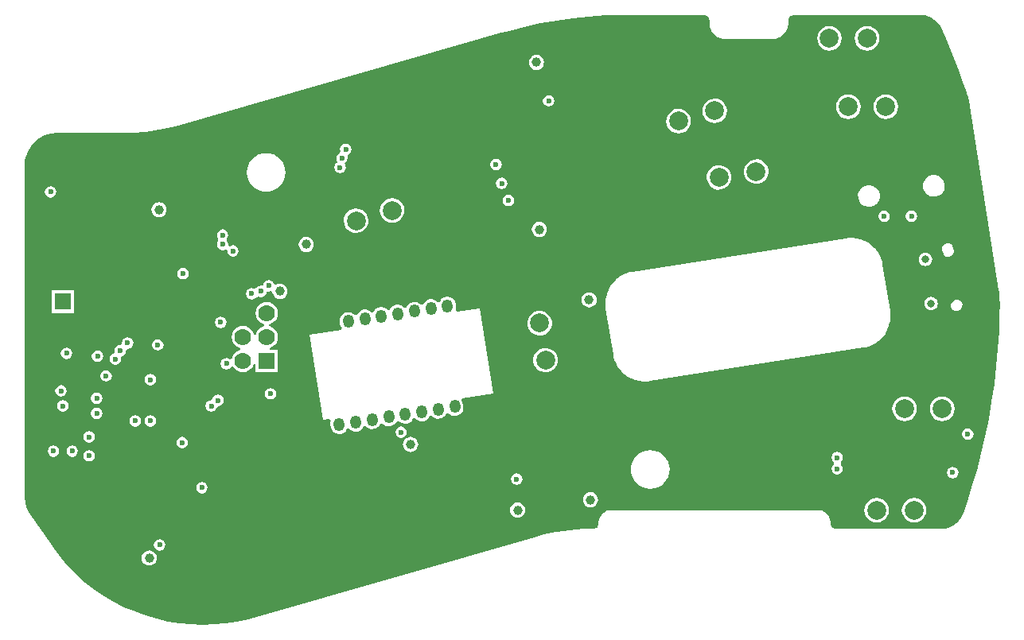
<source format=gbr>
%TF.GenerationSoftware,Altium Limited,Altium Designer,22.6.1 (34)*%
G04 Layer_Physical_Order=2*
G04 Layer_Color=6736896*
%FSLAX45Y45*%
%MOMM*%
%TF.SameCoordinates,EFAF5BE3-474D-4A98-89D0-AE48FBC3E593*%
%TF.FilePolarity,Positive*%
%TF.FileFunction,Copper,L2,Inr,Signal*%
%TF.Part,Single*%
G01*
G75*
%TA.AperFunction,ComponentPad*%
G04:AMPARAMS|DCode=57|XSize=1.1mm|YSize=2.1mm|CornerRadius=0.55mm|HoleSize=0mm|Usage=FLASHONLY|Rotation=278.887|XOffset=0mm|YOffset=0mm|HoleType=Round|Shape=RoundedRectangle|*
%AMROUNDEDRECTD57*
21,1,1.10000,1.00000,0,0,278.9*
21,1,0.00000,2.10000,0,0,278.9*
1,1,1.10000,-0.49400,-0.07724*
1,1,1.10000,-0.49400,-0.07724*
1,1,1.10000,0.49400,0.07724*
1,1,1.10000,0.49400,0.07724*
%
%ADD57ROUNDEDRECTD57*%
%TA.AperFunction,TestPad*%
G04:AMPARAMS|DCode=58|XSize=1.1mm|YSize=2.1mm|CornerRadius=0.55mm|HoleSize=0mm|Usage=FLASHONLY|Rotation=278.887|XOffset=0mm|YOffset=0mm|HoleType=Round|Shape=RoundedRectangle|*
%AMROUNDEDRECTD58*
21,1,1.10000,1.00000,0,0,278.9*
21,1,0.00000,2.10000,0,0,278.9*
1,1,1.10000,-0.49400,-0.07724*
1,1,1.10000,-0.49400,-0.07724*
1,1,1.10000,0.49400,0.07724*
1,1,1.10000,0.49400,0.07724*
%
%ADD58ROUNDEDRECTD58*%
G04:AMPARAMS|DCode=59|XSize=1.1mm|YSize=2.6mm|CornerRadius=0.55mm|HoleSize=0mm|Usage=FLASHONLY|Rotation=278.887|XOffset=0mm|YOffset=0mm|HoleType=Round|Shape=RoundedRectangle|*
%AMROUNDEDRECTD59*
21,1,1.10000,1.50000,0,0,278.9*
21,1,0.00000,2.60000,0,0,278.9*
1,1,1.10000,-0.74100,-0.11587*
1,1,1.10000,-0.74100,-0.11586*
1,1,1.10000,0.74100,0.11587*
1,1,1.10000,0.74100,0.11586*
%
%ADD59ROUNDEDRECTD59*%
%ADD60R,1.77800X1.77800*%
%ADD61C,1.77800*%
%TA.AperFunction,ComponentPad*%
%ADD62C,2.00000*%
G04:AMPARAMS|DCode=63|XSize=1.2mm|YSize=1.4mm|CornerRadius=0mm|HoleSize=0mm|Usage=FLASHONLY|Rotation=8.887|XOffset=0mm|YOffset=0mm|HoleType=Round|Shape=Round|*
%AMOVALD63*
21,1,0.20000,1.20000,0.00000,0.00000,98.9*
1,1,1.20000,0.01545,-0.09880*
1,1,1.20000,-0.01545,0.09880*
%
%ADD63OVALD63*%

%TA.AperFunction,ViaPad*%
%ADD64C,0.60000*%
%ADD65C,1.00000*%
%ADD66C,0.80000*%
%ADD67C,1.01600*%
G36*
X7275922Y6534230D02*
X7287364Y6531954D01*
X7298140Y6527491D01*
X7307839Y6521010D01*
X7316087Y6512762D01*
X7322568Y6503062D01*
X7327032Y6492285D01*
X7329308Y6480844D01*
Y6455012D01*
X7329506Y6454016D01*
X7329357Y6453011D01*
X7330031Y6439289D01*
X7330766Y6436357D01*
Y6433334D01*
X7336120Y6406416D01*
X7337657Y6402705D01*
X7338440Y6398765D01*
X7348943Y6373410D01*
X7351175Y6370070D01*
X7352712Y6366359D01*
X7367960Y6343540D01*
X7370799Y6340700D01*
X7373031Y6337359D01*
X7392438Y6317953D01*
X7395777Y6315722D01*
X7398617Y6312882D01*
X7421436Y6297634D01*
X7425148Y6296096D01*
X7428488Y6293865D01*
X7453843Y6283363D01*
X7457783Y6282579D01*
X7461494Y6281042D01*
X7488411Y6275688D01*
X7491434D01*
X7494367Y6274953D01*
X7508089Y6274279D01*
X7509094Y6274428D01*
X7510090Y6274230D01*
X7990090Y6274230D01*
X7991086Y6274428D01*
X7992091Y6274279D01*
X8005813Y6274953D01*
X8008746Y6275688D01*
X8011769D01*
X8038686Y6281042D01*
X8042397Y6282579D01*
X8046337Y6283363D01*
X8071692Y6293865D01*
X8075032Y6296097D01*
X8078743Y6297634D01*
X8101563Y6312882D01*
X8104402Y6315722D01*
X8107743Y6317954D01*
X8127149Y6337360D01*
X8129380Y6340700D01*
X8132220Y6343540D01*
X8147468Y6366359D01*
X8149005Y6370070D01*
X8151237Y6373410D01*
X8161740Y6398766D01*
X8162523Y6402705D01*
X8164060Y6406416D01*
X8169414Y6433334D01*
Y6436357D01*
X8170149Y6439288D01*
X8170823Y6453011D01*
X8170674Y6454016D01*
X8170872Y6455012D01*
Y6480845D01*
X8173148Y6492285D01*
X8177612Y6503061D01*
X8184093Y6512761D01*
X8192340Y6521009D01*
X8202041Y6527490D01*
X8212817Y6531954D01*
X8224258Y6534230D01*
X8230090D01*
X9568893Y6534230D01*
X9587507Y6534230D01*
X9624355Y6528911D01*
X9660062Y6518382D01*
X9693900Y6502858D01*
X9725173Y6482659D01*
X9753238Y6458199D01*
X9777521Y6429979D01*
X9797522Y6398580D01*
X9842032Y6299925D01*
X9911508Y6134705D01*
X9976711Y5967741D01*
X10037589Y5799162D01*
X10065847Y5714120D01*
X10072113Y5695260D01*
X10083070Y5657068D01*
X10092438Y5618443D01*
X10100198Y5579467D01*
X10103268Y5559838D01*
X10409030Y3604360D01*
X10412099Y3584734D01*
X10416607Y3545243D01*
X10419476Y3505611D01*
X10420701Y3465887D01*
X10420491Y3446020D01*
X10419496Y3352080D01*
X10412435Y3164307D01*
X10400309Y2976808D01*
X10383125Y2789693D01*
X10360897Y2603128D01*
X10333638Y2417207D01*
X10301373Y2232104D01*
X10264121Y2047932D01*
X10221915Y1864849D01*
X10174777Y1682955D01*
X10122748Y1502405D01*
X10065864Y1323325D01*
X10035015Y1234584D01*
X10028426Y1215630D01*
X10009569Y1180198D01*
X9985483Y1148092D01*
X9956742Y1120075D01*
X9924032Y1096816D01*
X9888133Y1078869D01*
X9849897Y1066661D01*
X9810238Y1060483D01*
X9790181Y1060483D01*
X8680011Y1060782D01*
X8680005Y1060781D01*
X8680000Y1060782D01*
X8674167D01*
X8662726Y1063058D01*
X8651950Y1067521D01*
X8642251Y1074002D01*
X8634002Y1082252D01*
X8627521Y1091950D01*
X8623058Y1102727D01*
X8620782Y1114167D01*
Y1120000D01*
X8620584Y1120996D01*
X8620733Y1122002D01*
X8620251Y1131803D01*
X8619517Y1134735D01*
Y1137758D01*
X8615692Y1156985D01*
X8614155Y1160696D01*
X8613372Y1164635D01*
X8605870Y1182746D01*
X8603638Y1186086D01*
X8602101Y1189798D01*
X8591209Y1206097D01*
X8588370Y1208937D01*
X8586138Y1212277D01*
X8572277Y1226138D01*
X8568937Y1228369D01*
X8566097Y1231210D01*
X8549797Y1242101D01*
X8546086Y1243639D01*
X8542746Y1245870D01*
X8524635Y1253372D01*
X8520696Y1254155D01*
X8516984Y1255693D01*
X8497758Y1259517D01*
X8494735D01*
X8491803Y1260252D01*
X8482001Y1260733D01*
X8480996Y1260584D01*
X8480000Y1260782D01*
X6290000D01*
X6289004Y1260584D01*
X6287999Y1260733D01*
X6278197Y1260252D01*
X6275265Y1259517D01*
X6272242D01*
X6253015Y1255693D01*
X6249304Y1254155D01*
X6245365Y1253372D01*
X6227254Y1245870D01*
X6223914Y1243639D01*
X6220202Y1242101D01*
X6203903Y1231210D01*
X6201063Y1228370D01*
X6197723Y1226138D01*
X6183862Y1212277D01*
X6181631Y1208938D01*
X6178790Y1206097D01*
X6167899Y1189798D01*
X6166361Y1186086D01*
X6164130Y1182746D01*
X6156628Y1164635D01*
X6155844Y1160696D01*
X6154307Y1156985D01*
X6150483Y1137758D01*
Y1134735D01*
X6149748Y1131802D01*
X6149267Y1122000D01*
X6149416Y1120996D01*
X6149218Y1120000D01*
Y1114168D01*
X6146942Y1102727D01*
X6142478Y1091950D01*
X6135998Y1082252D01*
X6127748Y1074002D01*
X6118050Y1067522D01*
X6107273Y1063058D01*
X6095833Y1060782D01*
X6090000D01*
X6089804Y1060743D01*
X6089608Y1060780D01*
X6058493Y1060481D01*
X6058334Y1060448D01*
X6058173Y1060477D01*
X5988374Y1059258D01*
X5987315Y1059029D01*
X5986241Y1059165D01*
X5846983Y1049427D01*
X5845592Y1049048D01*
X5844152Y1049130D01*
X5705913Y1029702D01*
X5704551Y1029226D01*
X5703109Y1029207D01*
X5566562Y1000183D01*
X5565567Y999756D01*
X5564486Y999685D01*
X5497055Y981617D01*
X5496730Y981457D01*
X5496369Y981427D01*
X2480492Y116638D01*
X2421497Y99721D01*
X2301627Y73340D01*
X2180334Y54512D01*
X2058107Y43314D01*
X1935414Y39787D01*
X1812743Y43945D01*
X1690571Y55773D01*
X1569382Y75224D01*
X1449643Y102223D01*
X1331833Y136662D01*
X1216411Y178405D01*
X1103821Y227294D01*
X994515Y283133D01*
X888922Y345700D01*
X787447Y414757D01*
X690493Y490029D01*
X598445Y571218D01*
X511650Y658017D01*
X430464Y750071D01*
X355200Y847024D01*
X320674Y897764D01*
X103029Y1217616D01*
X103028Y1217617D01*
X87907Y1239839D01*
X64616Y1288287D01*
X48794Y1339664D01*
X40794Y1392822D01*
Y1419701D01*
Y4919701D01*
Y4943246D01*
X46940Y4989930D01*
X59128Y5035415D01*
X77148Y5078919D01*
X100692Y5119699D01*
X129358Y5157057D01*
X162656Y5190355D01*
X200012Y5219019D01*
X240795Y5242565D01*
X284297Y5260585D01*
X329782Y5272772D01*
X376467Y5278918D01*
X400012Y5278919D01*
X1118930D01*
X1119285Y5278989D01*
X1119642Y5278925D01*
X1189441Y5280143D01*
X1190499Y5280373D01*
X1191574Y5280236D01*
X1330832Y5289974D01*
X1332223Y5290353D01*
X1333663Y5290272D01*
X1471902Y5309700D01*
X1473264Y5310175D01*
X1474705Y5310194D01*
X1611253Y5339218D01*
X1612248Y5339646D01*
X1613329Y5339717D01*
X1680760Y5357785D01*
X1681085Y5357945D01*
X1681446Y5357975D01*
X5113562Y6342118D01*
X5196768Y6365977D01*
X5364761Y6407863D01*
X5534095Y6443856D01*
X5704602Y6473921D01*
X5876038Y6498014D01*
X6048214Y6516111D01*
X6220925Y6528188D01*
X6393943Y6534230D01*
X6480508Y6534230D01*
X7270088D01*
X7275922Y6534230D01*
D02*
G37*
%LPC*%
G36*
X9007500Y6416122D02*
X8973563Y6411654D01*
X8941939Y6398555D01*
X8914783Y6377717D01*
X8893945Y6350561D01*
X8880846Y6318937D01*
X8876378Y6285000D01*
X8880846Y6251064D01*
X8893945Y6219439D01*
X8914783Y6192283D01*
X8941939Y6171446D01*
X8973563Y6158347D01*
X9007500Y6153879D01*
X9041437Y6158347D01*
X9073061Y6171446D01*
X9100217Y6192283D01*
X9121055Y6219439D01*
X9134154Y6251064D01*
X9138622Y6285000D01*
X9134154Y6318937D01*
X9121055Y6350561D01*
X9100217Y6377717D01*
X9073061Y6398555D01*
X9041437Y6411654D01*
X9007500Y6416122D01*
D02*
G37*
G36*
X8607500D02*
X8573563Y6411654D01*
X8541939Y6398555D01*
X8514783Y6377717D01*
X8493945Y6350561D01*
X8480846Y6318937D01*
X8476378Y6285000D01*
X8480846Y6251064D01*
X8493945Y6219439D01*
X8514783Y6192283D01*
X8541939Y6171446D01*
X8573563Y6158347D01*
X8607500Y6153879D01*
X8641436Y6158347D01*
X8673061Y6171446D01*
X8700217Y6192283D01*
X8721054Y6219439D01*
X8734153Y6251064D01*
X8738621Y6285000D01*
X8734153Y6318937D01*
X8721054Y6350561D01*
X8700217Y6377717D01*
X8673061Y6398555D01*
X8641436Y6411654D01*
X8607500Y6416122D01*
D02*
G37*
G36*
X5490000Y6110690D02*
X5469116Y6107941D01*
X5449655Y6099880D01*
X5432943Y6087056D01*
X5420120Y6070345D01*
X5412059Y6050884D01*
X5409310Y6030000D01*
X5412059Y6009116D01*
X5420120Y5989655D01*
X5432943Y5972943D01*
X5449655Y5960120D01*
X5469116Y5952059D01*
X5490000Y5949310D01*
X5510884Y5952059D01*
X5530345Y5960120D01*
X5547056Y5972943D01*
X5559880Y5989655D01*
X5567941Y6009116D01*
X5570690Y6030000D01*
X5567941Y6050884D01*
X5559880Y6070345D01*
X5547056Y6087056D01*
X5530345Y6099880D01*
X5510884Y6107941D01*
X5490000Y6110690D01*
D02*
G37*
G36*
X5620000Y5681175D02*
X5596589Y5676519D01*
X5576742Y5663257D01*
X5563481Y5643411D01*
X5558825Y5620000D01*
X5563481Y5596589D01*
X5576742Y5576742D01*
X5596589Y5563481D01*
X5620000Y5558825D01*
X5643411Y5563481D01*
X5663257Y5576742D01*
X5676519Y5596589D01*
X5681175Y5620000D01*
X5676519Y5643411D01*
X5663257Y5663257D01*
X5643411Y5676519D01*
X5620000Y5681175D01*
D02*
G37*
G36*
X9207500Y5686122D02*
X9173563Y5681654D01*
X9141939Y5668555D01*
X9114783Y5647717D01*
X9093945Y5620561D01*
X9080846Y5588937D01*
X9076378Y5555000D01*
X9080846Y5521063D01*
X9093945Y5489439D01*
X9114783Y5462283D01*
X9141939Y5441445D01*
X9173563Y5428346D01*
X9207500Y5423878D01*
X9241437Y5428346D01*
X9273061Y5441445D01*
X9300217Y5462283D01*
X9321055Y5489439D01*
X9334154Y5521063D01*
X9338622Y5555000D01*
X9334154Y5588937D01*
X9321055Y5620561D01*
X9300217Y5647717D01*
X9273061Y5668555D01*
X9241437Y5681654D01*
X9207500Y5686122D01*
D02*
G37*
G36*
X8807500D02*
X8773563Y5681654D01*
X8741939Y5668555D01*
X8714783Y5647717D01*
X8693945Y5620561D01*
X8680846Y5588937D01*
X8676378Y5555000D01*
X8680846Y5521063D01*
X8693945Y5489439D01*
X8714783Y5462283D01*
X8741939Y5441445D01*
X8773563Y5428346D01*
X8807500Y5423878D01*
X8841436Y5428346D01*
X8873061Y5441445D01*
X8900217Y5462283D01*
X8921055Y5489439D01*
X8934154Y5521063D01*
X8938621Y5555000D01*
X8934154Y5588937D01*
X8921055Y5620561D01*
X8900217Y5647717D01*
X8873061Y5668555D01*
X8841436Y5681654D01*
X8807500Y5686122D01*
D02*
G37*
G36*
X7382831Y5643354D02*
X7348968Y5638361D01*
X7317550Y5624774D01*
X7290720Y5603519D01*
X7270305Y5576043D01*
X7257697Y5544220D01*
X7253755Y5510218D01*
X7258747Y5476355D01*
X7272334Y5444937D01*
X7293590Y5418107D01*
X7321066Y5397692D01*
X7352889Y5385084D01*
X7386891Y5381142D01*
X7420754Y5386135D01*
X7452172Y5399722D01*
X7479002Y5420977D01*
X7499417Y5448453D01*
X7512025Y5480276D01*
X7515967Y5514278D01*
X7510974Y5548141D01*
X7497387Y5579559D01*
X7476131Y5606389D01*
X7448656Y5626804D01*
X7416833Y5639412D01*
X7382831Y5643354D01*
D02*
G37*
G36*
X6998109Y5533858D02*
X6964246Y5528865D01*
X6932828Y5515278D01*
X6905998Y5494023D01*
X6885583Y5466547D01*
X6872975Y5434724D01*
X6869033Y5400722D01*
X6874026Y5366858D01*
X6887613Y5335441D01*
X6908869Y5308610D01*
X6936344Y5288196D01*
X6968167Y5275588D01*
X7002169Y5271646D01*
X7036032Y5276638D01*
X7067450Y5290225D01*
X7094280Y5311481D01*
X7114695Y5338957D01*
X7127303Y5370779D01*
X7131245Y5404782D01*
X7126252Y5438645D01*
X7112665Y5470062D01*
X7091410Y5496893D01*
X7063934Y5517308D01*
X7032111Y5529916D01*
X6998109Y5533858D01*
D02*
G37*
G36*
X5060000Y5001175D02*
X5036589Y4996519D01*
X5016743Y4983257D01*
X5003481Y4963411D01*
X4998825Y4940000D01*
X5003481Y4916589D01*
X5016743Y4896743D01*
X5036589Y4883481D01*
X5060000Y4878825D01*
X5083411Y4883481D01*
X5103258Y4896743D01*
X5116519Y4916589D01*
X5121175Y4940000D01*
X5116519Y4963411D01*
X5103258Y4983257D01*
X5083411Y4996519D01*
X5060000Y5001175D01*
D02*
G37*
G36*
X3460000Y5161175D02*
X3436589Y5156519D01*
X3416742Y5143257D01*
X3403481Y5123411D01*
X3398825Y5100000D01*
X3401181Y5088150D01*
X3397366Y5070177D01*
X3389110Y5061521D01*
X3376743Y5053257D01*
X3363481Y5033411D01*
X3358825Y5010000D01*
X3363481Y4986589D01*
X3366368Y4982268D01*
X3376535Y4966602D01*
X3361189Y4956229D01*
X3356743Y4953258D01*
X3343481Y4933411D01*
X3338825Y4910000D01*
X3343481Y4886589D01*
X3356743Y4866743D01*
X3376589Y4853481D01*
X3400000Y4848825D01*
X3423411Y4853481D01*
X3443258Y4866743D01*
X3456519Y4886589D01*
X3461175Y4910000D01*
X3456519Y4933411D01*
X3453632Y4937732D01*
X3443465Y4953398D01*
X3458811Y4963771D01*
X3463257Y4966742D01*
X3476519Y4986589D01*
X3481175Y5010000D01*
X3478819Y5021849D01*
X3482634Y5039823D01*
X3490890Y5048478D01*
X3503257Y5056742D01*
X3516519Y5076589D01*
X3521175Y5100000D01*
X3516519Y5123411D01*
X3503257Y5143257D01*
X3483411Y5156519D01*
X3460000Y5161175D01*
D02*
G37*
G36*
X7841561Y4996274D02*
X7807342Y4995445D01*
X7774503Y4985788D01*
X7745282Y4967961D01*
X7721671Y4943178D01*
X7705278Y4913129D01*
X7697222Y4879861D01*
X7698051Y4845641D01*
X7707708Y4812802D01*
X7725535Y4783581D01*
X7750317Y4759970D01*
X7780367Y4743578D01*
X7813635Y4735521D01*
X7847855Y4736350D01*
X7880694Y4746007D01*
X7909915Y4763834D01*
X7933526Y4788617D01*
X7949918Y4818666D01*
X7957974Y4851934D01*
X7957146Y4886154D01*
X7947489Y4918993D01*
X7929662Y4948214D01*
X7904879Y4971825D01*
X7874830Y4988217D01*
X7841561Y4996274D01*
D02*
G37*
G36*
X5120000Y4801175D02*
X5096589Y4796519D01*
X5076742Y4783257D01*
X5063481Y4763411D01*
X5058825Y4740000D01*
X5063481Y4716589D01*
X5076742Y4696742D01*
X5096589Y4683481D01*
X5120000Y4678825D01*
X5143411Y4683481D01*
X5163257Y4696742D01*
X5176519Y4716589D01*
X5181175Y4740000D01*
X5176519Y4763411D01*
X5163257Y4783257D01*
X5143411Y4796519D01*
X5120000Y4801175D01*
D02*
G37*
G36*
X7446363Y4934480D02*
X7412144Y4933651D01*
X7379305Y4923994D01*
X7350084Y4906167D01*
X7326473Y4881384D01*
X7310080Y4851335D01*
X7302024Y4818067D01*
X7302853Y4783847D01*
X7312510Y4751008D01*
X7330337Y4721787D01*
X7355119Y4698176D01*
X7385169Y4681784D01*
X7418437Y4673727D01*
X7452656Y4674556D01*
X7485496Y4684213D01*
X7514716Y4702040D01*
X7538328Y4726823D01*
X7554720Y4756872D01*
X7562776Y4790140D01*
X7561948Y4824360D01*
X7552291Y4857199D01*
X7534464Y4886419D01*
X7509681Y4910031D01*
X7479631Y4926423D01*
X7446363Y4934480D01*
D02*
G37*
G36*
X2613200Y5062192D02*
X2573013Y5058234D01*
X2534370Y5046512D01*
X2498757Y5027476D01*
X2467542Y5001858D01*
X2441924Y4970643D01*
X2422888Y4935030D01*
X2411166Y4896387D01*
X2407208Y4856200D01*
X2411166Y4816013D01*
X2422888Y4777370D01*
X2441924Y4741757D01*
X2467542Y4710542D01*
X2498757Y4684924D01*
X2534370Y4665889D01*
X2573013Y4654166D01*
X2613200Y4650208D01*
X2653387Y4654166D01*
X2692030Y4665889D01*
X2727643Y4684924D01*
X2758858Y4710542D01*
X2784476Y4741757D01*
X2803512Y4777370D01*
X2815234Y4816013D01*
X2819192Y4856200D01*
X2815234Y4896387D01*
X2803512Y4935030D01*
X2784476Y4970643D01*
X2758858Y5001858D01*
X2727643Y5027476D01*
X2692030Y5046512D01*
X2653387Y5058234D01*
X2613200Y5062192D01*
D02*
G37*
G36*
X9731449Y4828471D02*
X9701177Y4827738D01*
X9672127Y4819196D01*
X9646278Y4803425D01*
X9625391Y4781502D01*
X9610891Y4754920D01*
X9603764Y4725491D01*
X9604497Y4695220D01*
X9613039Y4666169D01*
X9628810Y4640320D01*
X9650733Y4619434D01*
X9677315Y4604933D01*
X9706744Y4597806D01*
X9737015Y4598539D01*
X9766066Y4607081D01*
X9791915Y4622852D01*
X9812801Y4644775D01*
X9827302Y4671357D01*
X9834429Y4700786D01*
X9833696Y4731058D01*
X9825154Y4760108D01*
X9809383Y4785957D01*
X9787460Y4806844D01*
X9760878Y4821344D01*
X9731449Y4828471D01*
D02*
G37*
G36*
X320000Y4711175D02*
X296589Y4706519D01*
X276743Y4693258D01*
X263481Y4673411D01*
X258825Y4650000D01*
X263481Y4626589D01*
X276743Y4606743D01*
X296589Y4593481D01*
X320000Y4588825D01*
X343411Y4593481D01*
X363258Y4606743D01*
X376519Y4626589D01*
X381176Y4650000D01*
X376519Y4673411D01*
X363258Y4693258D01*
X343411Y4706519D01*
X320000Y4711175D01*
D02*
G37*
G36*
X5190000Y4621175D02*
X5166589Y4616519D01*
X5146743Y4603257D01*
X5133481Y4583411D01*
X5128825Y4560000D01*
X5133481Y4536589D01*
X5146743Y4516743D01*
X5166589Y4503481D01*
X5190000Y4498825D01*
X5213411Y4503481D01*
X5233258Y4516743D01*
X5246519Y4536589D01*
X5251175Y4560000D01*
X5246519Y4583411D01*
X5233258Y4603257D01*
X5213411Y4616519D01*
X5190000Y4621175D01*
D02*
G37*
G36*
X9039852Y4720332D02*
X9009581Y4719599D01*
X8980531Y4711057D01*
X8954682Y4695286D01*
X8933795Y4673363D01*
X8919294Y4646781D01*
X8912167Y4617352D01*
X8912900Y4587080D01*
X8921443Y4558030D01*
X8937213Y4532181D01*
X8959136Y4511295D01*
X8985718Y4496794D01*
X9015148Y4489667D01*
X9045419Y4490400D01*
X9074469Y4498942D01*
X9100318Y4514713D01*
X9121205Y4536636D01*
X9135706Y4563218D01*
X9142833Y4592647D01*
X9142100Y4622918D01*
X9133557Y4651969D01*
X9117787Y4677818D01*
X9095863Y4698704D01*
X9069281Y4713205D01*
X9039852Y4720332D01*
D02*
G37*
G36*
X1474142Y4540690D02*
X1453258Y4537941D01*
X1433797Y4529880D01*
X1417086Y4517056D01*
X1404262Y4500345D01*
X1396201Y4480884D01*
X1393452Y4460000D01*
X1396201Y4439116D01*
X1404262Y4419655D01*
X1417086Y4402943D01*
X1433797Y4390120D01*
X1453258Y4382059D01*
X1474142Y4379310D01*
X1495026Y4382059D01*
X1514487Y4390120D01*
X1531199Y4402943D01*
X1544022Y4419655D01*
X1552083Y4439116D01*
X1554832Y4460000D01*
X1552083Y4480884D01*
X1544022Y4500345D01*
X1531199Y4517056D01*
X1514487Y4529880D01*
X1495026Y4537941D01*
X1474142Y4540690D01*
D02*
G37*
G36*
X9480000Y4451176D02*
X9456589Y4446519D01*
X9436743Y4433258D01*
X9423481Y4413411D01*
X9418825Y4390000D01*
X9423481Y4366589D01*
X9436743Y4346743D01*
X9456589Y4333481D01*
X9480000Y4328825D01*
X9503411Y4333481D01*
X9523258Y4346743D01*
X9536519Y4366589D01*
X9541175Y4390000D01*
X9536519Y4413411D01*
X9523258Y4433258D01*
X9503411Y4446519D01*
X9480000Y4451176D01*
D02*
G37*
G36*
X9190000D02*
X9166589Y4446519D01*
X9146742Y4433258D01*
X9133481Y4413411D01*
X9128825Y4390000D01*
X9133481Y4366589D01*
X9146742Y4346743D01*
X9166589Y4333481D01*
X9190000Y4328825D01*
X9213411Y4333481D01*
X9233257Y4346743D01*
X9246519Y4366589D01*
X9251175Y4390000D01*
X9246519Y4413411D01*
X9233257Y4433258D01*
X9213411Y4446519D01*
X9190000Y4451176D01*
D02*
G37*
G36*
X3952831Y4583354D02*
X3918968Y4578361D01*
X3887550Y4564774D01*
X3860719Y4543519D01*
X3840305Y4516043D01*
X3827697Y4484220D01*
X3823755Y4450218D01*
X3828747Y4416355D01*
X3842334Y4384937D01*
X3863590Y4358107D01*
X3891066Y4337692D01*
X3922889Y4325084D01*
X3956891Y4321142D01*
X3990754Y4326135D01*
X4022172Y4339722D01*
X4049002Y4360978D01*
X4069417Y4388453D01*
X4082025Y4420276D01*
X4085967Y4454278D01*
X4080974Y4488141D01*
X4067387Y4519559D01*
X4046131Y4546389D01*
X4018656Y4566804D01*
X3986833Y4579412D01*
X3952831Y4583354D01*
D02*
G37*
G36*
X3568109Y4473858D02*
X3534246Y4468865D01*
X3502828Y4455278D01*
X3475998Y4434022D01*
X3455583Y4406547D01*
X3442975Y4374724D01*
X3439033Y4340722D01*
X3444026Y4306859D01*
X3457613Y4275441D01*
X3478869Y4248611D01*
X3506344Y4228196D01*
X3538167Y4215588D01*
X3572169Y4211646D01*
X3606032Y4216639D01*
X3637450Y4230225D01*
X3664280Y4251481D01*
X3684695Y4278957D01*
X3697303Y4310780D01*
X3701245Y4344782D01*
X3696252Y4378645D01*
X3682665Y4410063D01*
X3661410Y4436893D01*
X3633934Y4457308D01*
X3602111Y4469916D01*
X3568109Y4473858D01*
D02*
G37*
G36*
X5520000Y4330690D02*
X5499116Y4327941D01*
X5479655Y4319880D01*
X5462943Y4307056D01*
X5450120Y4290345D01*
X5442059Y4270884D01*
X5439310Y4250000D01*
X5442059Y4229116D01*
X5450120Y4209655D01*
X5462943Y4192943D01*
X5479655Y4180120D01*
X5499116Y4172059D01*
X5520000Y4169310D01*
X5540884Y4172059D01*
X5560345Y4180120D01*
X5577056Y4192943D01*
X5589880Y4209655D01*
X5597941Y4229116D01*
X5600690Y4250000D01*
X5597941Y4270884D01*
X5589880Y4290345D01*
X5577056Y4307056D01*
X5560345Y4319880D01*
X5540884Y4327941D01*
X5520000Y4330690D01*
D02*
G37*
G36*
X8849067Y4161009D02*
X8809752Y4160058D01*
X8807127Y4159469D01*
X8804439Y4159580D01*
X8785012Y4156543D01*
X8785011Y4156542D01*
X6512623Y3801227D01*
X6512622D01*
X6493195Y3798190D01*
X6490670Y3797263D01*
X6487990Y3797023D01*
X6450262Y3785928D01*
X6447878Y3784680D01*
X6445253Y3784091D01*
X6409296Y3768167D01*
X6407095Y3766619D01*
X6404570Y3765692D01*
X6370998Y3745211D01*
X6369018Y3743388D01*
X6366635Y3742140D01*
X6336024Y3717452D01*
X6334300Y3715387D01*
X6332100Y3713838D01*
X6304973Y3685366D01*
X6303533Y3683093D01*
X6301554Y3681271D01*
X6278376Y3649501D01*
X6277245Y3647061D01*
X6275520Y3644995D01*
X6256688Y3610472D01*
X6255885Y3607904D01*
X6254445Y3605632D01*
X6240279Y3568946D01*
X6239818Y3566295D01*
X6238687Y3563854D01*
X6229431Y3525632D01*
X6229320Y3522945D01*
X6228517Y3520377D01*
X6224329Y3481274D01*
X6224570Y3478595D01*
X6224109Y3475944D01*
X6225061Y3436630D01*
X6225650Y3434004D01*
X6225539Y3431316D01*
X6228576Y3411890D01*
X6228576Y3411889D01*
X6305819Y2917893D01*
Y2917892D01*
X6308856Y2898465D01*
X6309783Y2895939D01*
X6310023Y2893259D01*
X6321118Y2855531D01*
X6322366Y2853147D01*
X6322955Y2850522D01*
X6338879Y2814564D01*
X6340428Y2812364D01*
X6341354Y2809838D01*
X6361835Y2776267D01*
X6363658Y2774287D01*
X6364906Y2771904D01*
X6389594Y2741293D01*
X6391660Y2739569D01*
X6393208Y2737369D01*
X6421680Y2710242D01*
X6423953Y2708802D01*
X6425775Y2706823D01*
X6457545Y2683645D01*
X6459986Y2682514D01*
X6462051Y2680789D01*
X6496574Y2661956D01*
X6499142Y2661153D01*
X6501415Y2659713D01*
X6538101Y2645547D01*
X6540752Y2645087D01*
X6543193Y2643955D01*
X6581414Y2634700D01*
X6584102Y2634589D01*
X6586670Y2633786D01*
X6625772Y2629598D01*
X6628452Y2629839D01*
X6631102Y2629378D01*
X6670417Y2630330D01*
X6673043Y2630919D01*
X6675730Y2630808D01*
X6695157Y2633845D01*
X6695158Y2633845D01*
X8967545Y2989160D01*
X8967547D01*
X8986974Y2992198D01*
X8989499Y2993124D01*
X8992179Y2993365D01*
X9029907Y3004460D01*
X9032291Y3005708D01*
X9034916Y3006296D01*
X9070873Y3022221D01*
X9073074Y3023769D01*
X9075600Y3024695D01*
X9109171Y3045177D01*
X9111150Y3046999D01*
X9113533Y3048247D01*
X9144145Y3072935D01*
X9145869Y3075001D01*
X9148069Y3076549D01*
X9175196Y3105022D01*
X9176636Y3107295D01*
X9178615Y3109116D01*
X9201793Y3140886D01*
X9202924Y3143327D01*
X9204648Y3145392D01*
X9223481Y3179915D01*
X9224284Y3182483D01*
X9225725Y3184756D01*
X9239890Y3221442D01*
X9240351Y3224093D01*
X9241482Y3226534D01*
X9250738Y3264755D01*
X9250849Y3267443D01*
X9251652Y3270011D01*
X9255840Y3309113D01*
X9255599Y3311793D01*
X9256060Y3314443D01*
X9255108Y3353758D01*
X9254519Y3356384D01*
X9254630Y3359072D01*
X9251593Y3378498D01*
X9174350Y3872496D01*
X9171312Y3891923D01*
X9170386Y3894449D01*
X9170145Y3897128D01*
X9159051Y3934857D01*
X9157803Y3937241D01*
X9157214Y3939866D01*
X9141290Y3975823D01*
X9139741Y3978023D01*
X9138815Y3980550D01*
X9118333Y4014121D01*
X9116511Y4016100D01*
X9115263Y4018483D01*
X9090575Y4049094D01*
X9088509Y4050819D01*
X9086961Y4053019D01*
X9058489Y4080146D01*
X9056216Y4081586D01*
X9054394Y4083565D01*
X9022624Y4106743D01*
X9020183Y4107874D01*
X9018118Y4109598D01*
X8983595Y4128431D01*
X8981028Y4129234D01*
X8978754Y4130674D01*
X8942068Y4144840D01*
X8939417Y4145301D01*
X8936976Y4146432D01*
X8898755Y4155688D01*
X8896068Y4155799D01*
X8893500Y4156602D01*
X8854397Y4160789D01*
X8851718Y4160549D01*
X8849067Y4161009D01*
D02*
G37*
G36*
X3040000Y4170690D02*
X3019116Y4167941D01*
X2999655Y4159880D01*
X2982943Y4147056D01*
X2970120Y4130345D01*
X2962059Y4110884D01*
X2959310Y4090000D01*
X2962059Y4069116D01*
X2970120Y4049655D01*
X2982943Y4032943D01*
X2999655Y4020120D01*
X3019116Y4012059D01*
X3040000Y4009310D01*
X3060884Y4012059D01*
X3080345Y4020120D01*
X3097057Y4032943D01*
X3109880Y4049655D01*
X3117941Y4069116D01*
X3120690Y4090000D01*
X3117941Y4110884D01*
X3109880Y4130345D01*
X3097057Y4147056D01*
X3080345Y4159880D01*
X3060884Y4167941D01*
X3040000Y4170690D01*
D02*
G37*
G36*
X9857763Y4105185D02*
X9835353Y4096967D01*
X9817793Y4080799D01*
X9807757Y4059142D01*
X9806773Y4035293D01*
X9810635Y4010593D01*
X9818852Y3988182D01*
X9835020Y3970623D01*
X9856677Y3960586D01*
X9880527Y3959602D01*
X9902937Y3967820D01*
X9920497Y3983988D01*
X9930533Y4005645D01*
X9931517Y4029494D01*
X9927655Y4054194D01*
X9919437Y4076605D01*
X9903269Y4094164D01*
X9881612Y4104201D01*
X9857763Y4105185D01*
D02*
G37*
G36*
X2150000Y4251175D02*
X2126589Y4246519D01*
X2106743Y4233257D01*
X2093481Y4213411D01*
X2088825Y4190000D01*
X2093481Y4166589D01*
X2101682Y4154315D01*
X2105122Y4140000D01*
X2101682Y4125685D01*
X2093481Y4113411D01*
X2088825Y4090000D01*
X2093481Y4066589D01*
X2106743Y4046742D01*
X2126589Y4033481D01*
X2150000Y4028825D01*
X2173411Y4033481D01*
X2181919Y4039166D01*
X2200206Y4026947D01*
X2198825Y4020000D01*
X2203481Y3996589D01*
X2216743Y3976743D01*
X2236589Y3963481D01*
X2260000Y3958825D01*
X2283411Y3963481D01*
X2303258Y3976743D01*
X2316519Y3996589D01*
X2321175Y4020000D01*
X2316519Y4043411D01*
X2303258Y4063258D01*
X2283411Y4076519D01*
X2260000Y4081175D01*
X2236589Y4076519D01*
X2228081Y4070834D01*
X2209794Y4083053D01*
X2211175Y4090000D01*
X2206519Y4113411D01*
X2198318Y4125685D01*
X2194878Y4140000D01*
X2198318Y4154315D01*
X2206519Y4166589D01*
X2211175Y4190000D01*
X2206519Y4213411D01*
X2193257Y4233257D01*
X2173411Y4246519D01*
X2150000Y4251175D01*
D02*
G37*
G36*
X9630000Y4000604D02*
X9611727Y3998198D01*
X9594698Y3991145D01*
X9580076Y3979924D01*
X9568855Y3965302D01*
X9561802Y3948274D01*
X9559396Y3930000D01*
X9561802Y3911726D01*
X9568855Y3894698D01*
X9580076Y3880076D01*
X9594698Y3868855D01*
X9611727Y3861802D01*
X9630000Y3859396D01*
X9648274Y3861802D01*
X9665302Y3868855D01*
X9679925Y3880076D01*
X9691145Y3894698D01*
X9698198Y3911726D01*
X9700604Y3930000D01*
X9698198Y3948274D01*
X9691145Y3965302D01*
X9679925Y3979924D01*
X9665302Y3991145D01*
X9648274Y3998198D01*
X9630000Y4000604D01*
D02*
G37*
G36*
X1730000Y3841175D02*
X1706589Y3836518D01*
X1686742Y3823257D01*
X1673481Y3803410D01*
X1668824Y3780000D01*
X1673481Y3756589D01*
X1686742Y3736742D01*
X1706589Y3723481D01*
X1730000Y3718824D01*
X1753411Y3723481D01*
X1773257Y3736742D01*
X1786518Y3756589D01*
X1791175Y3780000D01*
X1786518Y3803410D01*
X1773257Y3823257D01*
X1753411Y3836518D01*
X1730000Y3841175D01*
D02*
G37*
G36*
X2640000Y3711175D02*
X2616589Y3706519D01*
X2596743Y3693258D01*
X2583481Y3673411D01*
X2582567Y3668814D01*
X2579894Y3655898D01*
X2561832Y3651041D01*
X2560000Y3651176D01*
X2536589Y3646519D01*
X2516742Y3633257D01*
X2512321Y3626640D01*
X2485655Y3620019D01*
X2483411Y3621519D01*
X2460000Y3626175D01*
X2436589Y3621519D01*
X2416742Y3608257D01*
X2403481Y3588411D01*
X2398825Y3565000D01*
X2403481Y3541589D01*
X2416742Y3521743D01*
X2436589Y3508481D01*
X2460000Y3503825D01*
X2483411Y3508481D01*
X2503257Y3521743D01*
X2507679Y3528360D01*
X2534345Y3534980D01*
X2536589Y3533481D01*
X2560000Y3528825D01*
X2583411Y3533481D01*
X2603257Y3546742D01*
X2616519Y3566589D01*
X2621175Y3590000D01*
X2638169Y3588959D01*
X2639998Y3588825D01*
X2640000Y3588825D01*
X2659168Y3592637D01*
X2661860Y3592285D01*
X2672863Y3586328D01*
X2680560Y3580501D01*
X2682059Y3569116D01*
X2690120Y3549655D01*
X2702944Y3532943D01*
X2719655Y3520120D01*
X2739116Y3512059D01*
X2760000Y3509310D01*
X2780884Y3512059D01*
X2800345Y3520120D01*
X2817057Y3532943D01*
X2829880Y3549655D01*
X2837941Y3569116D01*
X2840690Y3590000D01*
X2837941Y3610884D01*
X2829880Y3630345D01*
X2817057Y3647056D01*
X2800345Y3659880D01*
X2780884Y3667941D01*
X2760000Y3670690D01*
X2739116Y3667941D01*
X2719655Y3659880D01*
X2697498Y3668491D01*
X2696519Y3673411D01*
X2683258Y3693258D01*
X2663411Y3706519D01*
X2640000Y3711175D01*
D02*
G37*
G36*
X4550657Y3533528D02*
X4526966Y3532955D01*
X4504231Y3526269D01*
X4484001Y3513927D01*
X4467656Y3496770D01*
X4457034Y3477300D01*
X4448590Y3474760D01*
X4443700Y3473996D01*
X4434884Y3473836D01*
X4418826Y3489135D01*
X4398022Y3500483D01*
X4374991Y3506061D01*
X4351300Y3505488D01*
X4328566Y3498802D01*
X4308336Y3486460D01*
X4291990Y3469303D01*
X4281369Y3449833D01*
X4272923Y3447293D01*
X4268036Y3446529D01*
X4259218Y3446369D01*
X4243160Y3461668D01*
X4222357Y3473016D01*
X4199326Y3478593D01*
X4175635Y3478020D01*
X4152900Y3471334D01*
X4132671Y3458992D01*
X4116325Y3441835D01*
X4105703Y3422365D01*
X4097260Y3419826D01*
X4092368Y3419061D01*
X4083553Y3418901D01*
X4067495Y3434200D01*
X4046692Y3445549D01*
X4023660Y3451126D01*
X3999969Y3450553D01*
X3977235Y3443867D01*
X3957005Y3431525D01*
X3940659Y3414368D01*
X3930038Y3394898D01*
X3921588Y3392357D01*
X3916710Y3391594D01*
X3907887Y3391435D01*
X3891830Y3406733D01*
X3871027Y3418081D01*
X3847995Y3423659D01*
X3824305Y3423085D01*
X3801570Y3416400D01*
X3781340Y3404058D01*
X3764994Y3386901D01*
X3754372Y3367430D01*
X3745933Y3364892D01*
X3741034Y3364126D01*
X3732222Y3363966D01*
X3716164Y3379266D01*
X3695360Y3390614D01*
X3672329Y3396191D01*
X3648638Y3395618D01*
X3625904Y3388932D01*
X3605674Y3376590D01*
X3589328Y3359433D01*
X3578707Y3339963D01*
X3570263Y3337423D01*
X3565372Y3336659D01*
X3556556Y3336499D01*
X3540498Y3351798D01*
X3519695Y3363146D01*
X3496663Y3368724D01*
X3472973Y3368150D01*
X3450238Y3361465D01*
X3430008Y3349123D01*
X3413662Y3331966D01*
X3402314Y3311162D01*
X3396736Y3288131D01*
X3397310Y3264441D01*
X3400399Y3244681D01*
X3407085Y3221946D01*
X3419427Y3201716D01*
X3412019Y3180708D01*
X3077068Y3128334D01*
X3219194Y2219379D01*
X3290647Y2230551D01*
X3304114Y2212806D01*
X3298537Y2189775D01*
X3299110Y2166084D01*
X3302200Y2146324D01*
X3308886Y2123590D01*
X3321228Y2103360D01*
X3338385Y2087014D01*
X3359188Y2075665D01*
X3382220Y2070088D01*
X3405910Y2070661D01*
X3428645Y2077347D01*
X3448875Y2089689D01*
X3465221Y2106846D01*
X3475842Y2126317D01*
X3484286Y2128856D01*
X3489175Y2129621D01*
X3497992Y2129780D01*
X3514050Y2114481D01*
X3534853Y2103133D01*
X3557885Y2097556D01*
X3581576Y2098129D01*
X3604310Y2104815D01*
X3624540Y2117157D01*
X3640886Y2134314D01*
X3651507Y2153784D01*
X3659951Y2156324D01*
X3664842Y2157088D01*
X3673658Y2157248D01*
X3689716Y2141949D01*
X3710519Y2130601D01*
X3733551Y2125023D01*
X3757241Y2125596D01*
X3779976Y2132282D01*
X3800206Y2144624D01*
X3816552Y2161781D01*
X3827173Y2181251D01*
X3835620Y2183791D01*
X3840504Y2184555D01*
X3849324Y2184715D01*
X3865381Y2169416D01*
X3886184Y2158068D01*
X3909216Y2152490D01*
X3932906Y2153064D01*
X3955641Y2159749D01*
X3975871Y2172091D01*
X3992217Y2189248D01*
X4002838Y2208719D01*
X4011280Y2211258D01*
X4016175Y2212024D01*
X4024989Y2212183D01*
X4041047Y2196884D01*
X4061850Y2185535D01*
X4084882Y2179958D01*
X4108572Y2180531D01*
X4131307Y2187217D01*
X4151537Y2199559D01*
X4167883Y2216716D01*
X4178504Y2236186D01*
X4186948Y2238726D01*
X4191838Y2239490D01*
X4200655Y2239650D01*
X4216712Y2224351D01*
X4237516Y2213003D01*
X4260547Y2207425D01*
X4284238Y2207999D01*
X4306973Y2214684D01*
X4327202Y2227026D01*
X4343548Y2244183D01*
X4354170Y2263654D01*
X4362614Y2266193D01*
X4367503Y2266958D01*
X4376320Y2267117D01*
X4392378Y2251819D01*
X4413181Y2240470D01*
X4436213Y2234893D01*
X4459903Y2235466D01*
X4482638Y2242152D01*
X4502868Y2254494D01*
X4519214Y2271651D01*
X4529835Y2291121D01*
X4538279Y2293661D01*
X4543169Y2294426D01*
X4551986Y2294585D01*
X4568043Y2279286D01*
X4588847Y2267938D01*
X4611878Y2262360D01*
X4635569Y2262933D01*
X4658304Y2269619D01*
X4678533Y2281961D01*
X4694879Y2299118D01*
X4706228Y2319922D01*
X4711805Y2342953D01*
X4711232Y2366643D01*
X4708142Y2386403D01*
X4701456Y2409138D01*
X4689115Y2429368D01*
X4696522Y2450376D01*
X5027225Y2502086D01*
X4885099Y3411041D01*
X4642229Y3373065D01*
X4628762Y3390810D01*
X4634339Y3413842D01*
X4633766Y3437532D01*
X4630676Y3457292D01*
X4623990Y3480027D01*
X4611649Y3500256D01*
X4594491Y3516603D01*
X4573688Y3527951D01*
X4550657Y3533528D01*
D02*
G37*
G36*
X6050000Y3580690D02*
X6029116Y3577941D01*
X6009655Y3569880D01*
X5992944Y3557057D01*
X5980120Y3540345D01*
X5972059Y3520884D01*
X5969310Y3500000D01*
X5972059Y3479116D01*
X5980120Y3459655D01*
X5992944Y3442944D01*
X6009655Y3430120D01*
X6029116Y3422059D01*
X6050000Y3419310D01*
X6070884Y3422059D01*
X6090345Y3430120D01*
X6107057Y3442944D01*
X6119880Y3459655D01*
X6127941Y3479116D01*
X6130690Y3500000D01*
X6127941Y3520884D01*
X6119880Y3540345D01*
X6107057Y3557057D01*
X6090345Y3569880D01*
X6070884Y3577941D01*
X6050000Y3580690D01*
D02*
G37*
G36*
X9689707Y3532399D02*
X9671434Y3529993D01*
X9654405Y3522939D01*
X9639783Y3511719D01*
X9628562Y3497097D01*
X9621509Y3480068D01*
X9619103Y3461795D01*
X9621509Y3443521D01*
X9628562Y3426493D01*
X9639783Y3411870D01*
X9654405Y3400650D01*
X9671434Y3393597D01*
X9689707Y3391191D01*
X9707981Y3393597D01*
X9725009Y3400650D01*
X9739632Y3411870D01*
X9750852Y3426493D01*
X9757905Y3443521D01*
X9760311Y3461795D01*
X9757905Y3480068D01*
X9750852Y3497097D01*
X9739632Y3511719D01*
X9725009Y3522939D01*
X9707981Y3529993D01*
X9689707Y3532399D01*
D02*
G37*
G36*
X9952385Y3500038D02*
X9929974Y3491821D01*
X9912415Y3475652D01*
X9902379Y3453995D01*
X9901394Y3430146D01*
X9909612Y3407736D01*
X9925780Y3390176D01*
X9947437Y3380140D01*
X9971286Y3379156D01*
X9993697Y3387373D01*
X10011256Y3403541D01*
X10021292Y3425198D01*
X10022277Y3449047D01*
X10014059Y3471458D01*
X9997891Y3489018D01*
X9976234Y3499054D01*
X9952385Y3500038D01*
D02*
G37*
G36*
X568900Y3598900D02*
X331100D01*
Y3361100D01*
X568900D01*
Y3598900D01*
D02*
G37*
G36*
X2130000Y3321175D02*
X2106589Y3316518D01*
X2086742Y3303257D01*
X2073481Y3283411D01*
X2068824Y3260000D01*
X2073481Y3236589D01*
X2086742Y3216742D01*
X2106589Y3203481D01*
X2130000Y3198824D01*
X2153410Y3203481D01*
X2173257Y3216742D01*
X2186518Y3236589D01*
X2191175Y3260000D01*
X2186518Y3283411D01*
X2173257Y3303257D01*
X2153410Y3316518D01*
X2130000Y3321175D01*
D02*
G37*
G36*
X2620000Y3477925D02*
X2588961Y3473839D01*
X2560037Y3461858D01*
X2535199Y3442800D01*
X2516141Y3417962D01*
X2504160Y3389038D01*
X2500074Y3357999D01*
X2504160Y3326960D01*
X2516141Y3298037D01*
X2535199Y3273199D01*
X2560037Y3254141D01*
X2588961Y3242160D01*
X2595894Y3241247D01*
Y3220752D01*
X2588961Y3219839D01*
X2560037Y3207858D01*
X2535199Y3188800D01*
X2516141Y3163962D01*
X2504160Y3135038D01*
X2503247Y3128105D01*
X2482752D01*
X2481839Y3135038D01*
X2469858Y3163962D01*
X2450800Y3188800D01*
X2425963Y3207858D01*
X2397039Y3219839D01*
X2366000Y3223925D01*
X2334961Y3219839D01*
X2306037Y3207858D01*
X2281199Y3188800D01*
X2262141Y3163962D01*
X2250160Y3135038D01*
X2246074Y3103999D01*
X2250160Y3072960D01*
X2262141Y3044037D01*
X2281199Y3019199D01*
X2306037Y3000141D01*
X2334961Y2988160D01*
X2341894Y2987247D01*
Y2966752D01*
X2334961Y2965839D01*
X2306037Y2953858D01*
X2281199Y2934800D01*
X2262141Y2909962D01*
X2250160Y2881038D01*
X2249374Y2875067D01*
X2245417Y2872168D01*
X2227804Y2866902D01*
X2213411Y2876519D01*
X2190000Y2881175D01*
X2166589Y2876519D01*
X2146742Y2863257D01*
X2133481Y2843411D01*
X2128825Y2820000D01*
X2133481Y2796589D01*
X2146742Y2776742D01*
X2166589Y2763481D01*
X2190000Y2758825D01*
X2213411Y2763481D01*
X2233257Y2776742D01*
X2240909Y2788194D01*
X2252903Y2789235D01*
X2263900Y2787743D01*
X2281199Y2765199D01*
X2306037Y2746141D01*
X2334961Y2734160D01*
X2366000Y2730074D01*
X2397039Y2734160D01*
X2425963Y2746141D01*
X2450800Y2765199D01*
X2469858Y2790037D01*
X2481839Y2818960D01*
X2501100Y2814774D01*
Y2731099D01*
X2738900D01*
Y2968899D01*
X2655225D01*
X2651039Y2988160D01*
X2679963Y3000141D01*
X2704800Y3019199D01*
X2723858Y3044037D01*
X2735839Y3072960D01*
X2739925Y3103999D01*
X2735839Y3135038D01*
X2723858Y3163962D01*
X2704800Y3188800D01*
X2679963Y3207858D01*
X2651039Y3219839D01*
X2644105Y3220752D01*
Y3241247D01*
X2651039Y3242160D01*
X2679963Y3254141D01*
X2704800Y3273199D01*
X2723858Y3298037D01*
X2735839Y3326960D01*
X2739925Y3357999D01*
X2735839Y3389038D01*
X2723858Y3417962D01*
X2704800Y3442800D01*
X2679963Y3461858D01*
X2651039Y3473839D01*
X2620000Y3477925D01*
D02*
G37*
G36*
X5538066Y3382975D02*
X5503847Y3382147D01*
X5471008Y3372490D01*
X5441787Y3354663D01*
X5418176Y3329880D01*
X5401783Y3299831D01*
X5393727Y3266562D01*
X5394556Y3232343D01*
X5404213Y3199504D01*
X5422040Y3170283D01*
X5446822Y3146672D01*
X5476872Y3130279D01*
X5510140Y3122223D01*
X5544359Y3123052D01*
X5577199Y3132709D01*
X5606419Y3150536D01*
X5630031Y3175319D01*
X5646423Y3205368D01*
X5654479Y3238636D01*
X5653651Y3272856D01*
X5643994Y3305695D01*
X5626167Y3334916D01*
X5601384Y3358527D01*
X5571335Y3374919D01*
X5538066Y3382975D01*
D02*
G37*
G36*
X1140000Y3101175D02*
X1116589Y3096519D01*
X1096743Y3083257D01*
X1083481Y3063411D01*
X1078825Y3040000D01*
X1079208Y3038073D01*
X1061927Y3020792D01*
X1060000Y3021175D01*
X1036589Y3016519D01*
X1016742Y3003257D01*
X1003481Y2983411D01*
X998824Y2960000D01*
X999978Y2954199D01*
X1002994Y2936299D01*
X986587Y2926514D01*
X985843Y2926016D01*
X966741Y2913252D01*
X953479Y2893405D01*
X948823Y2869994D01*
X953479Y2846583D01*
X966741Y2826737D01*
X986587Y2813475D01*
X1009998Y2808819D01*
X1033409Y2813475D01*
X1053255Y2826737D01*
X1066517Y2846583D01*
X1071174Y2869994D01*
X1070020Y2875795D01*
X1067004Y2893696D01*
X1083411Y2903481D01*
X1084155Y2903978D01*
X1103257Y2916742D01*
X1116519Y2936589D01*
X1121175Y2960000D01*
X1120792Y2961927D01*
X1138073Y2979208D01*
X1140000Y2978825D01*
X1163411Y2983481D01*
X1183257Y2996743D01*
X1196519Y3016589D01*
X1201175Y3040000D01*
X1196519Y3063411D01*
X1183257Y3083257D01*
X1163411Y3096519D01*
X1140000Y3101175D01*
D02*
G37*
G36*
X1460000Y3081175D02*
X1436589Y3076518D01*
X1416742Y3063257D01*
X1403481Y3043410D01*
X1398824Y3020000D01*
X1403481Y2996589D01*
X1416742Y2976742D01*
X1436589Y2963481D01*
X1460000Y2958824D01*
X1483411Y2963481D01*
X1503257Y2976742D01*
X1516518Y2996589D01*
X1521175Y3020000D01*
X1516518Y3043410D01*
X1503257Y3063257D01*
X1483411Y3076518D01*
X1460000Y3081175D01*
D02*
G37*
G36*
X490000Y2991175D02*
X466589Y2986519D01*
X446743Y2973257D01*
X433481Y2953411D01*
X428825Y2930000D01*
X433481Y2906589D01*
X446743Y2886743D01*
X466589Y2873481D01*
X490000Y2868825D01*
X513411Y2873481D01*
X533258Y2886743D01*
X546519Y2906589D01*
X551175Y2930000D01*
X546519Y2953411D01*
X533258Y2973257D01*
X513411Y2986519D01*
X490000Y2991175D01*
D02*
G37*
G36*
X820000Y2961175D02*
X796589Y2956519D01*
X776742Y2943258D01*
X763481Y2923411D01*
X758824Y2900000D01*
X763481Y2876589D01*
X776742Y2856743D01*
X796589Y2843481D01*
X820000Y2838825D01*
X843411Y2843481D01*
X863257Y2856743D01*
X876519Y2876589D01*
X881175Y2900000D01*
X876519Y2923411D01*
X863257Y2943258D01*
X843411Y2956519D01*
X820000Y2961175D01*
D02*
G37*
G36*
X5599861Y2987777D02*
X5565641Y2986949D01*
X5532802Y2977292D01*
X5503581Y2959465D01*
X5479970Y2934682D01*
X5463578Y2904632D01*
X5455521Y2871364D01*
X5456350Y2837145D01*
X5466007Y2804306D01*
X5483834Y2775085D01*
X5508617Y2751474D01*
X5538666Y2735081D01*
X5571934Y2727025D01*
X5606154Y2727854D01*
X5638993Y2737511D01*
X5668213Y2755338D01*
X5691825Y2780120D01*
X5708217Y2810170D01*
X5716274Y2843438D01*
X5715445Y2877657D01*
X5705788Y2910497D01*
X5687961Y2939718D01*
X5663178Y2963329D01*
X5633129Y2979721D01*
X5599861Y2987777D01*
D02*
G37*
G36*
X910000Y2751175D02*
X886589Y2746519D01*
X866742Y2733257D01*
X853481Y2713411D01*
X848825Y2690000D01*
X853481Y2666589D01*
X866742Y2646742D01*
X886589Y2633481D01*
X910000Y2628825D01*
X933411Y2633481D01*
X953257Y2646742D01*
X966519Y2666589D01*
X971175Y2690000D01*
X966519Y2713411D01*
X953257Y2733257D01*
X933411Y2746519D01*
X910000Y2751175D01*
D02*
G37*
G36*
X1380000Y2711175D02*
X1356589Y2706519D01*
X1336743Y2693258D01*
X1323481Y2673411D01*
X1318825Y2650000D01*
X1323481Y2626589D01*
X1336743Y2606743D01*
X1356589Y2593481D01*
X1380000Y2588825D01*
X1403411Y2593481D01*
X1423258Y2606743D01*
X1436519Y2626589D01*
X1441175Y2650000D01*
X1436519Y2673411D01*
X1423258Y2693258D01*
X1403411Y2706519D01*
X1380000Y2711175D01*
D02*
G37*
G36*
X430000Y2591175D02*
X406589Y2586519D01*
X386742Y2573257D01*
X373481Y2553411D01*
X368825Y2530000D01*
X373481Y2506589D01*
X386742Y2486743D01*
X406589Y2473481D01*
X430000Y2468825D01*
X453411Y2473481D01*
X473257Y2486743D01*
X486519Y2506589D01*
X491175Y2530000D01*
X486519Y2553411D01*
X473257Y2573257D01*
X453411Y2586519D01*
X430000Y2591175D01*
D02*
G37*
G36*
X2660000Y2561175D02*
X2636589Y2556519D01*
X2616743Y2543258D01*
X2603481Y2523411D01*
X2598825Y2500000D01*
X2603481Y2476589D01*
X2616743Y2456743D01*
X2636589Y2443481D01*
X2660000Y2438825D01*
X2683411Y2443481D01*
X2703257Y2456743D01*
X2716519Y2476589D01*
X2721175Y2500000D01*
X2716519Y2523411D01*
X2703257Y2543258D01*
X2683411Y2556519D01*
X2660000Y2561175D01*
D02*
G37*
G36*
X810000Y2511175D02*
X786589Y2506519D01*
X766742Y2493257D01*
X753481Y2473411D01*
X748825Y2450000D01*
X753481Y2426589D01*
X766742Y2406742D01*
X786589Y2393481D01*
X810000Y2388825D01*
X833411Y2393481D01*
X853257Y2406742D01*
X866519Y2426589D01*
X871175Y2450000D01*
X866519Y2473411D01*
X853257Y2493257D01*
X833411Y2506519D01*
X810000Y2511175D01*
D02*
G37*
G36*
X2100000Y2491175D02*
X2076589Y2486519D01*
X2056743Y2473257D01*
X2043481Y2453411D01*
X2042678Y2449372D01*
X2030000Y2431175D01*
X2006589Y2426519D01*
X1986743Y2413258D01*
X1973481Y2393411D01*
X1968825Y2370000D01*
X1973481Y2346589D01*
X1986743Y2326743D01*
X2006589Y2313481D01*
X2030000Y2308825D01*
X2053411Y2313481D01*
X2073257Y2326743D01*
X2086519Y2346589D01*
X2087322Y2350628D01*
X2100000Y2368825D01*
X2123411Y2373481D01*
X2143258Y2386742D01*
X2156519Y2406589D01*
X2161176Y2430000D01*
X2156519Y2453411D01*
X2143258Y2473257D01*
X2123411Y2486519D01*
X2100000Y2491175D01*
D02*
G37*
G36*
X450000Y2431175D02*
X426589Y2426519D01*
X406743Y2413258D01*
X393481Y2393411D01*
X388825Y2370000D01*
X393481Y2346589D01*
X406743Y2326743D01*
X426589Y2313481D01*
X450000Y2308825D01*
X473411Y2313481D01*
X493258Y2326743D01*
X506519Y2346589D01*
X511176Y2370000D01*
X506519Y2393411D01*
X493258Y2413258D01*
X473411Y2426519D01*
X450000Y2431175D01*
D02*
G37*
G36*
X810000Y2351175D02*
X786589Y2346519D01*
X766742Y2333257D01*
X753481Y2313411D01*
X748825Y2290000D01*
X753481Y2266589D01*
X766742Y2246743D01*
X786589Y2233481D01*
X810000Y2228825D01*
X833411Y2233481D01*
X853257Y2246743D01*
X866519Y2266589D01*
X871175Y2290000D01*
X866519Y2313411D01*
X853257Y2333257D01*
X833411Y2346519D01*
X810000Y2351175D01*
D02*
G37*
G36*
X9807500Y2471122D02*
X9773563Y2466654D01*
X9741939Y2453555D01*
X9714783Y2432717D01*
X9693945Y2405561D01*
X9680846Y2373937D01*
X9676378Y2340000D01*
X9680846Y2306063D01*
X9693945Y2274439D01*
X9714783Y2247283D01*
X9741939Y2226445D01*
X9773563Y2213346D01*
X9807500Y2208878D01*
X9841437Y2213346D01*
X9873061Y2226445D01*
X9900217Y2247283D01*
X9921055Y2274439D01*
X9934154Y2306063D01*
X9938621Y2340000D01*
X9934154Y2373937D01*
X9921055Y2405561D01*
X9900217Y2432717D01*
X9873061Y2453555D01*
X9841437Y2466654D01*
X9807500Y2471122D01*
D02*
G37*
G36*
X9407500D02*
X9373563Y2466654D01*
X9341939Y2453555D01*
X9314782Y2432717D01*
X9293945Y2405561D01*
X9280846Y2373937D01*
X9276378Y2340000D01*
X9280846Y2306063D01*
X9293945Y2274439D01*
X9314782Y2247283D01*
X9341939Y2226445D01*
X9373563Y2213346D01*
X9407500Y2208878D01*
X9441436Y2213346D01*
X9473061Y2226445D01*
X9500217Y2247283D01*
X9521054Y2274439D01*
X9534153Y2306063D01*
X9538621Y2340000D01*
X9534153Y2373937D01*
X9521054Y2405561D01*
X9500217Y2432717D01*
X9473061Y2453555D01*
X9441436Y2466654D01*
X9407500Y2471122D01*
D02*
G37*
G36*
X1380000Y2271175D02*
X1356589Y2266519D01*
X1336743Y2253257D01*
X1323481Y2233411D01*
X1318825Y2210000D01*
X1323481Y2186589D01*
X1336743Y2166742D01*
X1356589Y2153481D01*
X1380000Y2148825D01*
X1403411Y2153481D01*
X1423258Y2166742D01*
X1436519Y2186589D01*
X1441175Y2210000D01*
X1436519Y2233411D01*
X1423258Y2253257D01*
X1403411Y2266519D01*
X1380000Y2271175D01*
D02*
G37*
G36*
X1220000D02*
X1196589Y2266519D01*
X1176743Y2253257D01*
X1163481Y2233411D01*
X1158825Y2210000D01*
X1163481Y2186589D01*
X1176743Y2166742D01*
X1196589Y2153481D01*
X1220000Y2148825D01*
X1243411Y2153481D01*
X1263258Y2166742D01*
X1276519Y2186589D01*
X1281175Y2210000D01*
X1276519Y2233411D01*
X1263258Y2253257D01*
X1243411Y2266519D01*
X1220000Y2271175D01*
D02*
G37*
G36*
X4050000Y2151175D02*
X4026589Y2146519D01*
X4006743Y2133257D01*
X3993481Y2113411D01*
X3988825Y2090000D01*
X3993481Y2066589D01*
X4006743Y2046742D01*
X4026589Y2033481D01*
X4050000Y2028824D01*
X4073411Y2033481D01*
X4093257Y2046742D01*
X4106519Y2066589D01*
X4111175Y2090000D01*
X4106519Y2113411D01*
X4093257Y2133257D01*
X4073411Y2146519D01*
X4050000Y2151175D01*
D02*
G37*
G36*
X10080000Y2131175D02*
X10056589Y2126519D01*
X10036742Y2113257D01*
X10023481Y2093411D01*
X10018825Y2070000D01*
X10023481Y2046589D01*
X10036742Y2026742D01*
X10056589Y2013481D01*
X10080000Y2008825D01*
X10103411Y2013481D01*
X10123257Y2026742D01*
X10136519Y2046589D01*
X10141175Y2070000D01*
X10136519Y2093411D01*
X10123257Y2113257D01*
X10103411Y2126519D01*
X10080000Y2131175D01*
D02*
G37*
G36*
X730000Y2101175D02*
X706589Y2096519D01*
X686743Y2083257D01*
X673481Y2063411D01*
X668825Y2040000D01*
X673481Y2016589D01*
X686743Y1996743D01*
X706589Y1983481D01*
X730000Y1978825D01*
X753411Y1983481D01*
X773258Y1996743D01*
X786519Y2016589D01*
X791175Y2040000D01*
X786519Y2063411D01*
X773258Y2083257D01*
X753411Y2096519D01*
X730000Y2101175D01*
D02*
G37*
G36*
X1720000Y2041175D02*
X1696589Y2036519D01*
X1676743Y2023258D01*
X1663481Y2003411D01*
X1658825Y1980000D01*
X1663481Y1956589D01*
X1676743Y1936743D01*
X1696589Y1923481D01*
X1720000Y1918825D01*
X1743411Y1923481D01*
X1763258Y1936743D01*
X1776519Y1956589D01*
X1781176Y1980000D01*
X1776519Y2003411D01*
X1763258Y2023258D01*
X1743411Y2036519D01*
X1720000Y2041175D01*
D02*
G37*
G36*
X4150000Y2040690D02*
X4129116Y2037941D01*
X4109655Y2029880D01*
X4092944Y2017056D01*
X4080120Y2000345D01*
X4072059Y1980884D01*
X4069310Y1960000D01*
X4072059Y1939116D01*
X4080120Y1919655D01*
X4092944Y1902943D01*
X4109655Y1890120D01*
X4129116Y1882059D01*
X4150000Y1879310D01*
X4170884Y1882059D01*
X4190345Y1890120D01*
X4207057Y1902943D01*
X4219880Y1919655D01*
X4227941Y1939116D01*
X4230690Y1960000D01*
X4227941Y1980884D01*
X4219880Y2000345D01*
X4207057Y2017056D01*
X4190345Y2029880D01*
X4170884Y2037941D01*
X4150000Y2040690D01*
D02*
G37*
G36*
X550000Y1951175D02*
X526589Y1946519D01*
X506743Y1933257D01*
X493481Y1913411D01*
X488825Y1890000D01*
X493481Y1866589D01*
X506743Y1846742D01*
X526589Y1833481D01*
X550000Y1828824D01*
X573411Y1833481D01*
X593258Y1846742D01*
X606519Y1866589D01*
X611176Y1890000D01*
X606519Y1913411D01*
X593258Y1933257D01*
X573411Y1946519D01*
X550000Y1951175D01*
D02*
G37*
G36*
X350000D02*
X326589Y1946519D01*
X306743Y1933257D01*
X293481Y1913411D01*
X288825Y1890000D01*
X293481Y1866589D01*
X306743Y1846742D01*
X326589Y1833481D01*
X350000Y1828824D01*
X373411Y1833481D01*
X393258Y1846742D01*
X406519Y1866589D01*
X411175Y1890000D01*
X406519Y1913411D01*
X393258Y1933257D01*
X373411Y1946519D01*
X350000Y1951175D01*
D02*
G37*
G36*
X730000Y1901175D02*
X706589Y1896519D01*
X686743Y1883257D01*
X673481Y1863411D01*
X668825Y1840000D01*
X673481Y1816589D01*
X686743Y1796742D01*
X706589Y1783481D01*
X730000Y1778824D01*
X753411Y1783481D01*
X773258Y1796742D01*
X786519Y1816589D01*
X791175Y1840000D01*
X786519Y1863411D01*
X773258Y1883257D01*
X753411Y1896519D01*
X730000Y1901175D01*
D02*
G37*
G36*
X8690000Y1881175D02*
X8666589Y1876519D01*
X8646742Y1863257D01*
X8633481Y1843411D01*
X8628824Y1820000D01*
X8633481Y1796589D01*
X8646742Y1776742D01*
X8653512Y1772219D01*
Y1747780D01*
X8646742Y1743257D01*
X8633481Y1723411D01*
X8628824Y1700000D01*
X8633481Y1676589D01*
X8646742Y1656742D01*
X8666589Y1643481D01*
X8690000Y1638825D01*
X8713411Y1643481D01*
X8733257Y1656742D01*
X8746519Y1676589D01*
X8751175Y1700000D01*
X8746519Y1723411D01*
X8733257Y1743257D01*
X8726488Y1747780D01*
Y1772219D01*
X8733257Y1776742D01*
X8746519Y1796589D01*
X8751175Y1820000D01*
X8746519Y1843411D01*
X8733257Y1863257D01*
X8713411Y1876519D01*
X8690000Y1881175D01*
D02*
G37*
G36*
X9920000Y1721175D02*
X9896589Y1716519D01*
X9876743Y1703257D01*
X9863481Y1683411D01*
X9858825Y1660000D01*
X9863481Y1636589D01*
X9876743Y1616743D01*
X9896589Y1603481D01*
X9920000Y1598825D01*
X9943411Y1603481D01*
X9963257Y1616743D01*
X9976519Y1636589D01*
X9981175Y1660000D01*
X9976519Y1683411D01*
X9963257Y1703257D01*
X9943411Y1716519D01*
X9920000Y1721175D01*
D02*
G37*
G36*
X5280000Y1651176D02*
X5256589Y1646519D01*
X5236743Y1633258D01*
X5223481Y1613411D01*
X5218825Y1590000D01*
X5223481Y1566589D01*
X5236743Y1546743D01*
X5256589Y1533481D01*
X5280000Y1528825D01*
X5303411Y1533481D01*
X5323258Y1546743D01*
X5336519Y1566589D01*
X5341175Y1590000D01*
X5336519Y1613411D01*
X5323258Y1633258D01*
X5303411Y1646519D01*
X5280000Y1651176D01*
D02*
G37*
G36*
X6700388Y1900148D02*
X6660201Y1896190D01*
X6621558Y1884467D01*
X6585945Y1865432D01*
X6554730Y1839814D01*
X6529112Y1808599D01*
X6510076Y1772986D01*
X6498354Y1734343D01*
X6494396Y1694156D01*
X6498354Y1653969D01*
X6510076Y1615326D01*
X6529112Y1579713D01*
X6554730Y1548498D01*
X6585945Y1522880D01*
X6621558Y1503844D01*
X6660201Y1492122D01*
X6700388Y1488164D01*
X6740575Y1492122D01*
X6779218Y1503844D01*
X6814831Y1522880D01*
X6846046Y1548498D01*
X6871664Y1579713D01*
X6890699Y1615326D01*
X6902422Y1653969D01*
X6906380Y1694156D01*
X6902422Y1734343D01*
X6890699Y1772986D01*
X6871664Y1808599D01*
X6846046Y1839814D01*
X6814831Y1865432D01*
X6779218Y1884467D01*
X6740575Y1896190D01*
X6700388Y1900148D01*
D02*
G37*
G36*
X1930000Y1561175D02*
X1906589Y1556519D01*
X1886742Y1543258D01*
X1873481Y1523411D01*
X1868825Y1500000D01*
X1873481Y1476589D01*
X1886742Y1456743D01*
X1906589Y1443481D01*
X1930000Y1438825D01*
X1953411Y1443481D01*
X1973257Y1456743D01*
X1986519Y1476589D01*
X1991175Y1500000D01*
X1986519Y1523411D01*
X1973257Y1543258D01*
X1953411Y1556519D01*
X1930000Y1561175D01*
D02*
G37*
G36*
X6065210Y1450690D02*
X6044326Y1447941D01*
X6024865Y1439880D01*
X6008154Y1427057D01*
X5995330Y1410345D01*
X5987269Y1390884D01*
X5984520Y1370000D01*
X5987269Y1349116D01*
X5995330Y1329655D01*
X6008154Y1312944D01*
X6024865Y1300120D01*
X6044326Y1292059D01*
X6065210Y1289310D01*
X6086094Y1292059D01*
X6105555Y1300120D01*
X6122267Y1312944D01*
X6135090Y1329655D01*
X6143151Y1349116D01*
X6145900Y1370000D01*
X6143151Y1390884D01*
X6135090Y1410345D01*
X6122267Y1427057D01*
X6105555Y1439880D01*
X6086094Y1447941D01*
X6065210Y1450690D01*
D02*
G37*
G36*
X5290000Y1340690D02*
X5269116Y1337941D01*
X5249655Y1329880D01*
X5232944Y1317057D01*
X5220120Y1300345D01*
X5212059Y1280884D01*
X5209310Y1260000D01*
X5212059Y1239116D01*
X5220120Y1219655D01*
X5232944Y1202943D01*
X5249655Y1190120D01*
X5269116Y1182059D01*
X5290000Y1179310D01*
X5310884Y1182059D01*
X5330345Y1190120D01*
X5347057Y1202943D01*
X5359880Y1219655D01*
X5367941Y1239116D01*
X5370690Y1260000D01*
X5367941Y1280884D01*
X5359880Y1300345D01*
X5347057Y1317057D01*
X5330345Y1329880D01*
X5310884Y1337941D01*
X5290000Y1340690D01*
D02*
G37*
G36*
X9508894Y1390822D02*
X9474957Y1386355D01*
X9443333Y1373256D01*
X9416176Y1352418D01*
X9395339Y1325262D01*
X9382240Y1293637D01*
X9377772Y1259701D01*
X9382240Y1225764D01*
X9395339Y1194140D01*
X9416176Y1166984D01*
X9443333Y1146146D01*
X9474957Y1133047D01*
X9508894Y1128579D01*
X9542830Y1133047D01*
X9574454Y1146146D01*
X9601611Y1166984D01*
X9622448Y1194140D01*
X9635547Y1225764D01*
X9640015Y1259701D01*
X9635547Y1293637D01*
X9622448Y1325262D01*
X9601611Y1352418D01*
X9574454Y1373256D01*
X9542830Y1386355D01*
X9508894Y1390822D01*
D02*
G37*
G36*
X9108893D02*
X9074957Y1386355D01*
X9043333Y1373256D01*
X9016176Y1352418D01*
X8995339Y1325262D01*
X8982240Y1293637D01*
X8977772Y1259701D01*
X8982240Y1225764D01*
X8995339Y1194140D01*
X9016176Y1166984D01*
X9043333Y1146146D01*
X9074957Y1133047D01*
X9108893Y1128579D01*
X9142830Y1133047D01*
X9174454Y1146146D01*
X9201611Y1166984D01*
X9222448Y1194140D01*
X9235547Y1225764D01*
X9240015Y1259701D01*
X9235547Y1293637D01*
X9222448Y1325262D01*
X9201611Y1352418D01*
X9174454Y1373256D01*
X9142830Y1386355D01*
X9108893Y1390822D01*
D02*
G37*
G36*
X1480000Y951175D02*
X1456589Y946519D01*
X1436743Y933257D01*
X1423481Y913411D01*
X1418825Y890000D01*
X1423481Y866589D01*
X1436743Y846743D01*
X1456589Y833481D01*
X1480000Y828825D01*
X1503411Y833481D01*
X1523258Y846743D01*
X1536519Y866589D01*
X1541175Y890000D01*
X1536519Y913411D01*
X1523258Y933257D01*
X1503411Y946519D01*
X1480000Y951175D01*
D02*
G37*
G36*
X1370000Y830690D02*
X1349116Y827941D01*
X1329655Y819880D01*
X1312944Y807057D01*
X1300120Y790345D01*
X1292059Y770884D01*
X1289310Y750000D01*
X1292059Y729116D01*
X1300120Y709655D01*
X1312944Y692943D01*
X1329655Y680120D01*
X1349116Y672059D01*
X1370000Y669310D01*
X1390884Y672059D01*
X1410345Y680120D01*
X1427057Y692943D01*
X1439880Y709655D01*
X1447941Y729116D01*
X1450690Y750000D01*
X1447941Y770884D01*
X1439880Y790345D01*
X1427057Y807057D01*
X1410345Y819880D01*
X1390884Y827941D01*
X1370000Y830690D01*
D02*
G37*
%LPD*%
D57*
X9910598Y3297981D02*
D03*
D58*
X9777123Y4151609D02*
D03*
D59*
X10288506Y3357072D02*
D03*
X10155031Y4210699D02*
D03*
D60*
X450000Y3480000D02*
D03*
X2620000Y2849999D02*
D03*
D61*
X450000Y3734000D02*
D03*
X2366000Y2849999D02*
D03*
X2620000Y3103999D02*
D03*
X2366000D02*
D03*
X2620000Y3357999D02*
D03*
X2366000D02*
D03*
D62*
X9108893Y1259701D02*
D03*
X9508894D02*
D03*
X9007500Y6285000D02*
D03*
X8607500D02*
D03*
X7384861Y5512248D02*
D03*
X7000139Y5402752D02*
D03*
X5524103Y3252599D02*
D03*
X5585897Y2857401D02*
D03*
X3570139Y4342752D02*
D03*
X3954861Y4452248D02*
D03*
X7432400Y4804103D02*
D03*
X7827598Y4865898D02*
D03*
X8807500Y5555000D02*
D03*
X9207500D02*
D03*
X9807500Y2340000D02*
D03*
X9407500D02*
D03*
D63*
X4366869Y3405921D02*
D03*
X3312876Y3241117D02*
D03*
X3488541Y3268584D02*
D03*
X3664207Y3296051D02*
D03*
X3839873Y3323519D02*
D03*
X4015538Y3350986D02*
D03*
X4191203Y3378453D02*
D03*
X4542534Y3433388D02*
D03*
X3390342Y2170228D02*
D03*
X3566007Y2197696D02*
D03*
X3741673Y2225163D02*
D03*
X3917338Y2252630D02*
D03*
X4093004Y2280098D02*
D03*
X4268669Y2307565D02*
D03*
X4444335Y2335033D02*
D03*
X4620000Y2362500D02*
D03*
D64*
X10030000Y3760000D02*
D03*
X10330000Y3810000D02*
D03*
X6500000Y1850000D02*
D03*
X6460000Y1540000D02*
D03*
X6940000Y1560000D02*
D03*
X9650000Y1120000D02*
D03*
X8560000Y4530000D02*
D03*
X8510000Y4940000D02*
D03*
X10220000Y4570000D02*
D03*
X10150000Y4900000D02*
D03*
X9410000Y4530000D02*
D03*
X9090000Y5020000D02*
D03*
X8930000Y5210000D02*
D03*
X9970000Y5750000D02*
D03*
X9300000Y5360000D02*
D03*
X8990000Y5980000D02*
D03*
X8080000Y5600000D02*
D03*
X9110000Y6440000D02*
D03*
X5340000Y3090000D02*
D03*
X4740000Y4160000D02*
D03*
X3620000Y4730000D02*
D03*
X6270000Y4360000D02*
D03*
X6970000Y4490000D02*
D03*
X6350000Y4650000D02*
D03*
X5420000Y4340000D02*
D03*
X5100000Y4390000D02*
D03*
X5720000Y4470000D02*
D03*
X6900000Y4860000D02*
D03*
X5910000Y4650000D02*
D03*
X6000000Y5090000D02*
D03*
X5870000Y5390000D02*
D03*
X6280000Y5400000D02*
D03*
X5910000Y5790000D02*
D03*
X6600000Y5810000D02*
D03*
X6900000Y5240000D02*
D03*
X7070000Y5800000D02*
D03*
X7260000Y6170000D02*
D03*
X6810000Y6360000D02*
D03*
X6600000Y6110000D02*
D03*
X5930000Y6360000D02*
D03*
X5720000Y4780000D02*
D03*
X5560000Y5230000D02*
D03*
X5270000Y5150000D02*
D03*
X5080000Y4830000D02*
D03*
X4650000Y4410000D02*
D03*
X4700000Y3910000D02*
D03*
X4440000Y4680000D02*
D03*
X4110000Y4320000D02*
D03*
X4740000Y4800000D02*
D03*
X4500000Y5030000D02*
D03*
X5270000Y5630000D02*
D03*
X3980000Y5560000D02*
D03*
X4520000Y5420000D02*
D03*
X3920000Y5200000D02*
D03*
X4270000Y5920000D02*
D03*
X3530000Y5680000D02*
D03*
X1690000Y4330000D02*
D03*
X2020000D02*
D03*
X2390000D02*
D03*
X2990000Y4920000D02*
D03*
X2760000Y4650000D02*
D03*
X2350000Y4680000D02*
D03*
X2720000Y5110000D02*
D03*
X3230000Y5150000D02*
D03*
X2750000Y5430000D02*
D03*
X1080000Y4880000D02*
D03*
X500000Y5170000D02*
D03*
X150000Y3680000D02*
D03*
X5710000Y3970000D02*
D03*
X5430000Y3770000D02*
D03*
X5190000Y3400000D02*
D03*
X4840000Y3700000D02*
D03*
X5710000Y3400000D02*
D03*
X210000Y2390000D02*
D03*
X1930000Y1730000D02*
D03*
X2270000Y1520000D02*
D03*
X2230000Y850000D02*
D03*
X2610000Y1190000D02*
D03*
X3230000Y1200000D02*
D03*
X3780000Y940000D02*
D03*
X3100000Y710000D02*
D03*
X2450000Y600000D02*
D03*
X2640000Y3650000D02*
D03*
X2560000Y3590000D02*
D03*
X2460000Y3565000D02*
D03*
X8770000Y2430000D02*
D03*
X9470000Y3170000D02*
D03*
Y2700000D02*
D03*
X7960000Y2130000D02*
D03*
X7190000Y1690000D02*
D03*
X8160000Y1910000D02*
D03*
X8440000D02*
D03*
X8240000Y1620000D02*
D03*
X7860000D02*
D03*
X7480000Y1640000D02*
D03*
X7100000Y2220000D02*
D03*
X9920000Y1660000D02*
D03*
X6130000Y2040000D02*
D03*
X6350000Y2290000D02*
D03*
X5810000Y2040000D02*
D03*
X5980000Y2290000D02*
D03*
X5640000D02*
D03*
X5290000Y2270000D02*
D03*
X4980000Y2140000D02*
D03*
X5510000Y2040000D02*
D03*
X5010000Y1830000D02*
D03*
X4720000Y1630000D02*
D03*
X4690000Y1920000D02*
D03*
X4390000Y1530000D02*
D03*
X4030000Y1510000D02*
D03*
X3710000D02*
D03*
X3380000D02*
D03*
X2970000Y1530000D02*
D03*
X3550000Y1770000D02*
D03*
X4190000D02*
D03*
X3860000D02*
D03*
X3220000D02*
D03*
X2890000Y1840000D02*
D03*
X2220000Y2440000D02*
D03*
X2580000Y1690000D02*
D03*
X2220000Y2030000D02*
D03*
X5230000Y2000000D02*
D03*
X6250000Y1620000D02*
D03*
X5280000Y1590000D02*
D03*
X4050000Y2090000D02*
D03*
X3400000Y4910000D02*
D03*
X3420000Y5010000D02*
D03*
X2150000Y4090000D02*
D03*
X3460000Y5100000D02*
D03*
X5190000Y4560000D02*
D03*
X1970000Y2290000D02*
D03*
X5620000Y5620000D02*
D03*
X910000Y2690000D02*
D03*
X2260000Y4020000D02*
D03*
X1380000Y2650000D02*
D03*
X2150000Y4190000D02*
D03*
X1140000Y3040000D02*
D03*
X1060000Y2960000D02*
D03*
X1009998Y2869994D02*
D03*
X820000Y2900000D02*
D03*
X1640000Y2410000D02*
D03*
X810000Y2290000D02*
D03*
Y2450000D02*
D03*
X1930000Y1500000D02*
D03*
X450000Y2370000D02*
D03*
X430000Y2530000D02*
D03*
X2660000Y2500000D02*
D03*
X5000000Y3070000D02*
D03*
X4730000Y3450000D02*
D03*
X9210000Y3020000D02*
D03*
X9320000Y3390000D02*
D03*
X9220000Y3900000D02*
D03*
X8900000Y4220000D02*
D03*
X8470000Y4180000D02*
D03*
X8010000Y4100000D02*
D03*
X7540000Y4040000D02*
D03*
X7080000Y3970000D02*
D03*
X6580000Y3900000D02*
D03*
X8750000Y2870000D02*
D03*
X8250000Y2810000D02*
D03*
X7770000Y2720000D02*
D03*
X6990000Y2600000D02*
D03*
X6520000Y2580000D02*
D03*
X6180000Y3680000D02*
D03*
X6160000Y3230000D02*
D03*
X6250000Y2870000D02*
D03*
X3030000Y2550000D02*
D03*
X2990000Y2880000D02*
D03*
X2980000Y3170000D02*
D03*
X490000Y2930000D02*
D03*
X1380000Y2210000D02*
D03*
X1220000D02*
D03*
X2100000Y2430000D02*
D03*
X2030000Y2370000D02*
D03*
X1720000Y1980000D02*
D03*
X350000Y1890000D02*
D03*
X550000D02*
D03*
X730000Y1840000D02*
D03*
X840000Y1110000D02*
D03*
X539999Y1460000D02*
D03*
X340000D02*
D03*
X820000Y1580000D02*
D03*
X2190000Y2820000D02*
D03*
X1809999Y1269999D02*
D03*
X1080000Y2210000D02*
D03*
X939999Y2209999D02*
D03*
X2510000Y2470000D02*
D03*
X1640000Y2570000D02*
D03*
X830000Y2610000D02*
D03*
Y2770000D02*
D03*
X1400000Y2950000D02*
D03*
X1240000Y3550000D02*
D03*
X1429999Y3859999D02*
D03*
X2199999Y3709999D02*
D03*
X1429999Y4030000D02*
D03*
X919999Y3530000D02*
D03*
X649999Y3679999D02*
D03*
Y3839999D02*
D03*
Y4010000D02*
D03*
X909999Y4119999D02*
D03*
X1069999D02*
D03*
X1230000D02*
D03*
X1539999Y2209999D02*
D03*
X210000Y2210000D02*
D03*
X510000Y3060000D02*
D03*
X1579999Y1260000D02*
D03*
X1070000Y1240000D02*
D03*
X759999Y3530000D02*
D03*
X730000Y2040000D02*
D03*
X2130000Y3260000D02*
D03*
X1730000Y3780000D02*
D03*
X1460000Y3020000D02*
D03*
X1480000Y890000D02*
D03*
X5120000Y4740000D02*
D03*
X5060000Y4940000D02*
D03*
X320000Y4650000D02*
D03*
X8690000Y1700000D02*
D03*
Y1820000D02*
D03*
X9480000Y4390000D02*
D03*
X9190000D02*
D03*
X5990000Y6110000D02*
D03*
X10080000Y2070000D02*
D03*
X9720000Y2080000D02*
D03*
X1420000Y640000D02*
D03*
X2620000Y2030000D02*
D03*
X990000Y590000D02*
D03*
X2020000Y580000D02*
D03*
X750000Y4700000D02*
D03*
X200000Y4370000D02*
D03*
X300000Y4510000D02*
D03*
X1400000Y4830000D02*
D03*
X2350000Y5050000D02*
D03*
X1830000Y5080000D02*
D03*
X1290000Y4660000D02*
D03*
X1040000Y4600000D02*
D03*
X5720000Y2750000D02*
D03*
X5460000Y2700000D02*
D03*
X4330000Y3900000D02*
D03*
X3880000Y3740000D02*
D03*
X2860000Y4040000D02*
D03*
X3540000Y3700000D02*
D03*
X2910000Y3610000D02*
D03*
X3470000Y4160000D02*
D03*
X3010000Y4320000D02*
D03*
X4980000Y5300000D02*
D03*
X1050000Y1400000D02*
D03*
X4960000Y6120000D02*
D03*
X6920000Y6100000D02*
D03*
X6110000Y6110000D02*
D03*
X8480000Y6450000D02*
D03*
X7990000Y4720000D02*
D03*
X7940000Y5050000D02*
D03*
X7460000Y5710000D02*
D03*
X7560000Y5380000D02*
D03*
X8660000D02*
D03*
Y5740000D02*
D03*
X8430000Y6100000D02*
D03*
X8130000Y6050000D02*
D03*
X9620000Y4960000D02*
D03*
X9590000Y5170000D02*
D03*
X9470000Y3590000D02*
D03*
X10180000Y2630000D02*
D03*
X9960000Y2600000D02*
D03*
X9250000Y2200000D02*
D03*
Y2500000D02*
D03*
X8950000Y1400000D02*
D03*
X6980000Y1850000D02*
D03*
X7880000Y2550000D02*
D03*
X7430000Y2600000D02*
D03*
X8140000Y2420000D02*
D03*
X7430000Y2150000D02*
D03*
X5820000Y1650000D02*
D03*
X5620000Y1710000D02*
D03*
X5140000Y1550000D02*
D03*
X4830000Y1460000D02*
D03*
X3110000Y2270000D02*
D03*
X4840000Y2400000D02*
D03*
X10180000Y2010000D02*
D03*
X10310000Y2600000D02*
D03*
X2360000Y2300000D02*
D03*
X9410000Y4130000D02*
D03*
D65*
X5290000Y1260000D02*
D03*
X6065210Y1370000D02*
D03*
X6050000Y3500000D02*
D03*
X2760000Y3590000D02*
D03*
X5490000Y6030000D02*
D03*
X1474142Y4460000D02*
D03*
X5520000Y4250000D02*
D03*
X3040000Y4090000D02*
D03*
X1370000Y750000D02*
D03*
X4150000Y1960000D02*
D03*
D66*
X9689707Y3461795D02*
D03*
X9630000Y3930000D02*
D03*
D67*
X3900000Y5850000D02*
D03*
X150000Y5000000D02*
D03*
X1050000Y5150000D02*
D03*
X2350000Y5400000D02*
D03*
X7540000Y6150000D02*
D03*
X3500000Y550000D02*
D03*
X150000Y2050000D02*
D03*
X4200000Y750000D02*
D03*
X6050000Y1170000D02*
D03*
X5070000Y960000D02*
D03*
X6400000Y6400000D02*
D03*
X7200000D02*
D03*
X150000Y3350000D02*
D03*
X1450000Y250000D02*
D03*
X800000Y550000D02*
D03*
X2800000Y350000D02*
D03*
X7410000Y1370000D02*
D03*
X8430000Y1350000D02*
D03*
X3050000Y5600000D02*
D03*
X4600000Y6050000D02*
D03*
X10010000Y1540000D02*
D03*
X5500000Y6300000D02*
D03*
X150000Y2700000D02*
D03*
Y4000000D02*
D03*
X200000Y1250000D02*
D03*
X2150000Y150000D02*
D03*
X8000000Y6150000D02*
D03*
X9600000Y6450000D02*
D03*
%TF.MD5,807e2a8cdbe5d6336ce16ce28f6256ee*%
M02*

</source>
